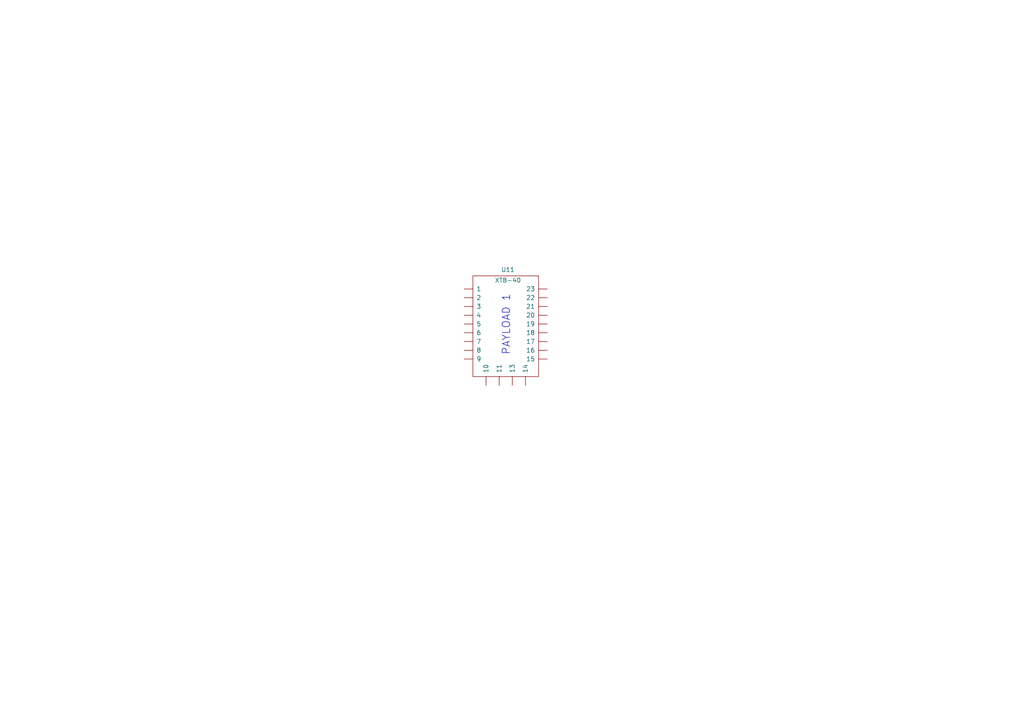
<source format=kicad_sch>
(kicad_sch (version 20231120) (generator "eeschema") (generator_version "8.0")
  (paper "A4")
  (title_block (title "Argus Mainboard") (date "2024-11-19") (rev "v2.1") (company "Carnegie Mellon University") (comment 1 "M. Holliday") (comment 2 "N. Khera"))
  (lib_symbols
    (symbol "mainboard:XTB-40_payload" (pin_names (offset 1.016))
      (property "Reference" "U" (at -2.54 13.97 0))
      (property "Value" "XTB-40_payload" (at -1.27 11.43 0))
      (symbol "XTB-40_payload_1_0"
        (pin bidirectional line (at -12.7 8.89 0) (length 2.54) (name "1") (number "1"))
      )
      (symbol "XTB-40_payload_1_1"
        (rectangle (start -10.16 12.7) (end 8.89 -16.51))
        (pin bidirectional line (at -6.35 -19.05 90) (length 2.54) (name "10") (number "10"))
        (pin bidirectional line (at -2.54 -19.05 90) (length 2.54) (name "11") (number "11"))
        (pin bidirectional line (at 1.27 -19.05 90) (length 2.54) (name "13") (number "13"))
        (pin bidirectional line (at 5.08 -19.05 90) (length 2.54) (name "14") (number "14"))
        (pin bidirectional line (at 11.43 -11.43 180) (length 2.54) (name "15") (number "15"))
        (pin bidirectional line (at 11.43 -8.89 180) (length 2.54) (name "16") (number "16"))
        (pin bidirectional line (at 11.43 -6.35 180) (length 2.54) (name "17") (number "17"))
        (pin bidirectional line (at 11.43 -3.81 180) (length 2.54) (name "18") (number "18"))
        (pin bidirectional line (at 11.43 -1.27 180) (length 2.54) (name "19") (number "19"))
        (pin bidirectional line (at -12.7 6.35 0) (length 2.54) (name "2") (number "2"))
        (pin bidirectional line (at 11.43 1.27 180) (length 2.54) (name "20") (number "20"))
        (pin bidirectional line (at 11.43 3.81 180) (length 2.54) (name "21") (number "21"))
        (pin bidirectional line (at 11.43 6.35 180) (length 2.54) (name "22") (number "22"))
        (pin bidirectional line (at 11.43 8.89 180) (length 2.54) (name "23") (number "23"))
        (pin bidirectional line (at -12.7 3.81 0) (length 2.54) (name "3") (number "3"))
        (pin bidirectional line (at -12.7 1.27 0) (length 2.54) (name "4") (number "4"))
        (pin bidirectional line (at -12.7 -1.27 0) (length 2.54) (name "5") (number "5"))
        (pin bidirectional line (at -12.7 -3.81 0) (length 2.54) (name "6") (number "6"))
        (pin bidirectional line (at -12.7 -6.35 0) (length 2.54) (name "7") (number "7"))
        (pin bidirectional line (at -12.7 -8.89 0) (length 2.54) (name "8") (number "8"))
        (pin bidirectional line (at -12.7 -11.43 0) (length 2.54) (name "9") (number "9"))
      )
    )
  )
  (text "PAYLOAD 1" (at 148.082 103.124 90) (effects (font (size 2.159 2.159)) (justify left bottom)))
  (symbol (lib_id "mainboard:XTB-40_payload") (at 147.32 92.71 0) (unit 1)
    (property "Reference" "U11" (at 147.32 78.232 0))
    (property "Value" "XTB-40" (at 147.32 81.28 0))
    (property "Footprint" "mainboard:XTB40_payload" (effects (hide yes)))
    (property "DNI" "DNI" (effects (hide yes)))
  )
)
</source>
